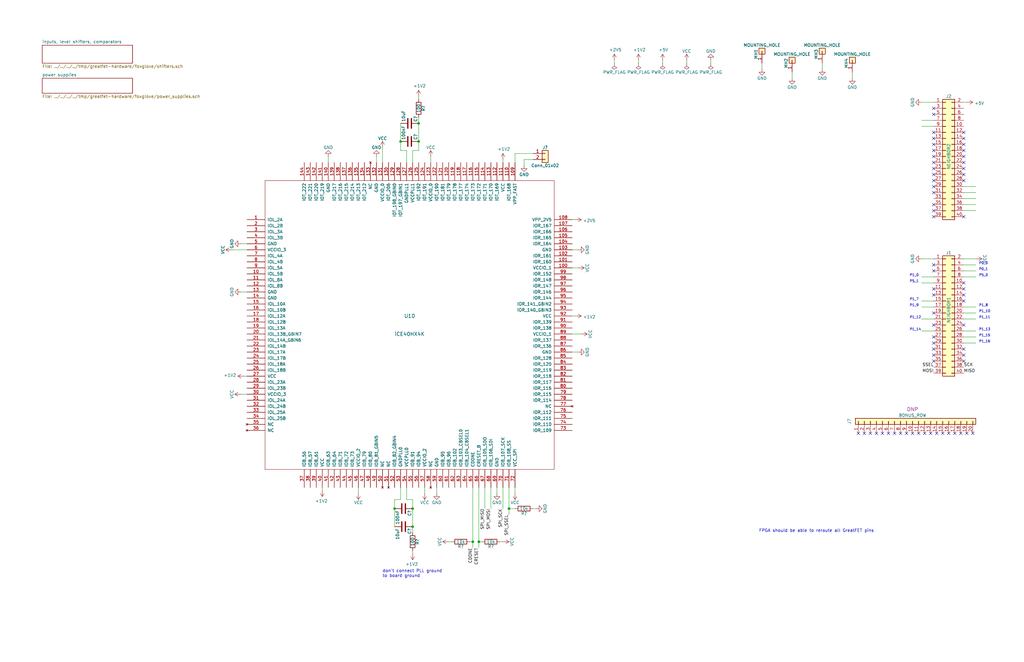
<source format=kicad_sch>
(kicad_sch (version 20230121) (generator eeschema)
  (paper "USLedger")
  (title_block (title "GreatFET Neighbor Template") (date "2019-03-01") (company "Copyright 2015 Michael Ossmann") (comment 1 "License: GPL v2"))
  (lib_symbols
    (symbol "Connector_Generic:Conn_01x01" (pin_names (offset 1.016) hide)
      (property "Reference" "J" (at 0 2.54 0))
      (property "Value" "Conn_01x01" (at 0 -2.54 0))
      (symbol "Conn_01x01_1_1"
        (pin passive line (at -5.08 0 0) (length 3.81) (name "Pin_1") (number "1"))
      )
    )
    (symbol "Connector_Generic:Conn_01x02" (pin_names (offset 1.016) hide)
      (property "Reference" "J" (at 0 2.54 0))
      (property "Value" "Conn_01x02" (at 0 -5.08 0))
      (symbol "Conn_01x02_1_1"
        (pin passive line (at -5.08 0 0) (length 3.81) (name "Pin_1") (number "1"))
        (pin passive line (at -5.08 -2.54 0) (length 3.81) (name "Pin_2") (number "2"))
      )
    )
    (symbol "Connector_Generic:Conn_01x20" (pin_names (offset 1.016) hide)
      (property "Reference" "J" (at 0 25.4 0))
      (property "Value" "Conn_01x20" (at 0 -27.94 0))
      (symbol "Conn_01x20_1_1"
        (pin passive line (at -5.08 22.86 0) (length 3.81) (name "Pin_1") (number "1"))
        (pin passive line (at -5.08 0 0) (length 3.81) (name "Pin_10") (number "10"))
        (pin passive line (at -5.08 -2.54 0) (length 3.81) (name "Pin_11") (number "11"))
        (pin passive line (at -5.08 -5.08 0) (length 3.81) (name "Pin_12") (number "12"))
        (pin passive line (at -5.08 -7.62 0) (length 3.81) (name "Pin_13") (number "13"))
        (pin passive line (at -5.08 -10.16 0) (length 3.81) (name "Pin_14") (number "14"))
        (pin passive line (at -5.08 -12.7 0) (length 3.81) (name "Pin_15") (number "15"))
        (pin passive line (at -5.08 -15.24 0) (length 3.81) (name "Pin_16") (number "16"))
        (pin passive line (at -5.08 -17.78 0) (length 3.81) (name "Pin_17") (number "17"))
        (pin passive line (at -5.08 -20.32 0) (length 3.81) (name "Pin_18") (number "18"))
        (pin passive line (at -5.08 -22.86 0) (length 3.81) (name "Pin_19") (number "19"))
        (pin passive line (at -5.08 20.32 0) (length 3.81) (name "Pin_2") (number "2"))
        (pin passive line (at -5.08 -25.4 0) (length 3.81) (name "Pin_20") (number "20"))
        (pin passive line (at -5.08 17.78 0) (length 3.81) (name "Pin_3") (number "3"))
        (pin passive line (at -5.08 15.24 0) (length 3.81) (name "Pin_4") (number "4"))
        (pin passive line (at -5.08 12.7 0) (length 3.81) (name "Pin_5") (number "5"))
        (pin passive line (at -5.08 10.16 0) (length 3.81) (name "Pin_6") (number "6"))
        (pin passive line (at -5.08 7.62 0) (length 3.81) (name "Pin_7") (number "7"))
        (pin passive line (at -5.08 5.08 0) (length 3.81) (name "Pin_8") (number "8"))
        (pin passive line (at -5.08 2.54 0) (length 3.81) (name "Pin_9") (number "9"))
      )
    )
    (symbol "Connector_Generic:Conn_02x20_Odd_Even" (pin_names (offset 1.016) hide)
      (property "Reference" "J" (at 1.27 25.4 0))
      (property "Value" "Conn_02x20_Odd_Even" (at 1.27 -27.94 0))
      (symbol "Conn_02x20_Odd_Even_1_1"
        (pin passive line (at -5.08 22.86 0) (length 3.81) (name "Pin_1") (number "1"))
        (pin passive line (at 7.62 12.7 180) (length 3.81) (name "Pin_10") (number "10"))
        (pin passive line (at -5.08 10.16 0) (length 3.81) (name "Pin_11") (number "11"))
        (pin passive line (at 7.62 10.16 180) (length 3.81) (name "Pin_12") (number "12"))
        (pin passive line (at -5.08 7.62 0) (length 3.81) (name "Pin_13") (number "13"))
        (pin passive line (at 7.62 7.62 180) (length 3.81) (name "Pin_14") (number "14"))
        (pin passive line (at -5.08 5.08 0) (length 3.81) (name "Pin_15") (number "15"))
        (pin passive line (at 7.62 5.08 180) (length 3.81) (name "Pin_16") (number "16"))
        (pin passive line (at -5.08 2.54 0) (length 3.81) (name "Pin_17") (number "17"))
        (pin passive line (at 7.62 2.54 180) (length 3.81) (name "Pin_18") (number "18"))
        (pin passive line (at -5.08 0 0) (length 3.81) (name "Pin_19") (number "19"))
        (pin passive line (at 7.62 22.86 180) (length 3.81) (name "Pin_2") (number "2"))
        (pin passive line (at 7.62 0 180) (length 3.81) (name "Pin_20") (number "20"))
        (pin passive line (at -5.08 -2.54 0) (length 3.81) (name "Pin_21") (number "21"))
        (pin passive line (at 7.62 -2.54 180) (length 3.81) (name "Pin_22") (number "22"))
        (pin passive line (at -5.08 -5.08 0) (length 3.81) (name "Pin_23") (number "23"))
        (pin passive line (at 7.62 -5.08 180) (length 3.81) (name "Pin_24") (number "24"))
        (pin passive line (at -5.08 -7.62 0) (length 3.81) (name "Pin_25") (number "25"))
        (pin passive line (at 7.62 -7.62 180) (length 3.81) (name "Pin_26") (number "26"))
        (pin passive line (at -5.08 -10.16 0) (length 3.81) (name "Pin_27") (number "27"))
        (pin passive line (at 7.62 -10.16 180) (length 3.81) (name "Pin_28") (number "28"))
        (pin passive line (at -5.08 -12.7 0) (length 3.81) (name "Pin_29") (number "29"))
        (pin passive line (at -5.08 20.32 0) (length 3.81) (name "Pin_3") (number "3"))
        (pin passive line (at 7.62 -12.7 180) (length 3.81) (name "Pin_30") (number "30"))
        (pin passive line (at -5.08 -15.24 0) (length 3.81) (name "Pin_31") (number "31"))
        (pin passive line (at 7.62 -15.24 180) (length 3.81) (name "Pin_32") (number "32"))
        (pin passive line (at -5.08 -17.78 0) (length 3.81) (name "Pin_33") (number "33"))
        (pin passive line (at 7.62 -17.78 180) (length 3.81) (name "Pin_34") (number "34"))
        (pin passive line (at -5.08 -20.32 0) (length 3.81) (name "Pin_35") (number "35"))
        (pin passive line (at 7.62 -20.32 180) (length 3.81) (name "Pin_36") (number "36"))
        (pin passive line (at -5.08 -22.86 0) (length 3.81) (name "Pin_37") (number "37"))
        (pin passive line (at 7.62 -22.86 180) (length 3.81) (name "Pin_38") (number "38"))
        (pin passive line (at -5.08 -25.4 0) (length 3.81) (name "Pin_39") (number "39"))
        (pin passive line (at 7.62 20.32 180) (length 3.81) (name "Pin_4") (number "4"))
        (pin passive line (at 7.62 -25.4 180) (length 3.81) (name "Pin_40") (number "40"))
        (pin passive line (at -5.08 17.78 0) (length 3.81) (name "Pin_5") (number "5"))
        (pin passive line (at 7.62 17.78 180) (length 3.81) (name "Pin_6") (number "6"))
        (pin passive line (at -5.08 15.24 0) (length 3.81) (name "Pin_7") (number "7"))
        (pin passive line (at 7.62 15.24 180) (length 3.81) (name "Pin_8") (number "8"))
        (pin passive line (at -5.08 12.7 0) (length 3.81) (name "Pin_9") (number "9"))
      )
    )
    (symbol "Device:C" (pin_numbers hide) (pin_names (offset 0.254))
      (property "Reference" "C" (at 0.635 2.54 0))
      (property "Value" "C" (at 0.635 -2.54 0))
      (symbol "C_1_1"
        (pin passive line (at 0 3.81 270) (length 2.794) (name "~") (number "1"))
        (pin passive line (at 0 -3.81 90) (length 2.794) (name "~") (number "2"))
      )
    )
    (symbol "Device:R" (pin_numbers hide) (pin_names (offset 0))
      (property "Reference" "R" (at 2.032 0 90))
      (property "Value" "R" (at 0 0 90))
      (symbol "R_1_1"
        (pin passive line (at 0 3.81 270) (length 1.27) (name "~") (number "1"))
        (pin passive line (at 0 -3.81 90) (length 1.27) (name "~") (number "2"))
      )
    )
    (symbol "FPGA_Lattice:ICE40HX8K-BG121"
      (property "Reference" "U" (at 2.54 44.45 0))
      (property "Value" "ICE40HX8K-BG121" (at 10.16 41.91 0))
      (symbol "ICE40HX8K-BG121_1_1"
        (pin bidirectional line (at -12.7 -35.56 0) (length 3.81) (name "IOT_225") (number "A1"))
        (pin bidirectional line (at -12.7 17.78 0) (length 3.81) (name "IOT_170") (number "A10"))
        (pin bidirectional line (at -12.7 20.32 0) (length 3.81) (name "IOT_168") (number "A11"))
        (pin bidirectional line (at -12.7 -30.48 0) (length 3.81) (name "IOT_222") (number "A2"))
        (pin bidirectional line (at -12.7 -33.02 0) (length 3.81) (name "IOT_223") (number "A3"))
        (pin bidirectional line (at -12.7 -20.32 0) (length 3.81) (name "IOT_211") (number "A4"))
        (pin bidirectional line (at -12.7 -15.24 0) (length 3.81) (name "IOT_207") (number "A5"))
        (pin bidirectional line (at -12.7 -12.7 0) (length 3.81) (name "IOT_206") (number "A6"))
        (pin bidirectional line (at -12.7 -5.08 0) (length 3.81) (name "IOT_192") (number "A7"))
        (pin bidirectional line (at -12.7 0 0) (length 3.81) (name "IOT_190") (number "A8"))
        (pin bidirectional line (at -12.7 7.62 0) (length 3.81) (name "IOT_178") (number "A9"))
        (pin bidirectional line (at -12.7 -27.94 0) (length 3.81) (name "IOT_221") (number "B3"))
        (pin bidirectional line (at -12.7 -25.4 0) (length 3.81) (name "IOT_219") (number "B4"))
        (pin bidirectional line (at -12.7 -17.78 0) (length 3.81) (name "IOT_208") (number "B5"))
        (pin bidirectional line (at -12.7 -10.16 0) (length 3.81) (name "IOT_198_GBIN0") (number "B6"))
        (pin bidirectional line (at -12.7 -7.62 0) (length 3.81) (name "IOT_197_GBIN1") (number "B7"))
        (pin bidirectional line (at -12.7 10.16 0) (length 3.81) (name "IOT_177") (number "B8"))
        (pin bidirectional line (at -12.7 12.7 0) (length 3.81) (name "IOT_174") (number "B9"))
        (pin bidirectional line (at -12.7 -2.54 0) (length 3.81) (name "IOT_191") (number "C7"))
        (pin bidirectional line (at -12.7 5.08 0) (length 3.81) (name "IOT_179") (number "C8"))
        (pin bidirectional line (at -12.7 15.24 0) (length 3.81) (name "IOT_172") (number "C9"))
        (pin bidirectional line (at -12.7 -22.86 0) (length 3.81) (name "IOT_212") (number "D5"))
        (pin power_in line (at 0 35.56 270) (length 3.81) (name "VCCIO_0") (number "D6"))
        (pin bidirectional line (at -12.7 2.54 0) (length 3.81) (name "IOT_181") (number "D7"))
      )
      (symbol "ICE40HX8K-BG121_2_1"
        (pin bidirectional line (at -12.7 -30.48 0) (length 3.81) (name "IOR_161") (number "B11"))
        (pin bidirectional line (at -12.7 -27.94 0) (length 3.81) (name "IOR_160") (number "C11"))
        (pin bidirectional line (at -12.7 -25.4 0) (length 3.81) (name "IOR_154") (number "D10"))
        (pin bidirectional line (at -12.7 -22.86 0) (length 3.81) (name "IOR_152") (number "D11"))
        (pin bidirectional line (at -12.7 -17.78 0) (length 3.81) (name "IOR_147") (number "D9"))
        (pin bidirectional line (at -12.7 -10.16 0) (length 3.81) (name "IOR_141_GBIN2") (number "E10"))
        (pin bidirectional line (at -12.7 -20.32 0) (length 3.81) (name "IOR_148") (number "E11"))
        (pin bidirectional line (at -12.7 -15.24 0) (length 3.81) (name "IOR_146") (number "E8"))
        (pin bidirectional line (at -12.7 -12.7 0) (length 3.81) (name "IOR_144") (number "E9"))
        (pin bidirectional line (at -12.7 -2.54 0) (length 3.81) (name "IOR_136") (number "F10"))
        (pin bidirectional line (at -12.7 -7.62 0) (length 3.81) (name "IOR_140_GBIN3") (number "F11"))
        (pin power_in line (at 0 35.56 270) (length 3.81) (name "VCCIO_1") (number "F8"))
        (pin bidirectional line (at -12.7 -5.08 0) (length 3.81) (name "IOR_137") (number "F9"))
        (pin bidirectional line (at -12.7 5.08 0) (length 3.81) (name "IOR_120") (number "G10"))
        (pin bidirectional line (at -12.7 0 0) (length 3.81) (name "IOR_129") (number "G11"))
        (pin bidirectional line (at -12.7 10.16 0) (length 3.81) (name "IOR_118") (number "G8"))
        (pin bidirectional line (at -12.7 2.54 0) (length 3.81) (name "IOR_128") (number "G9"))
        (pin bidirectional line (at -12.7 15.24 0) (length 3.81) (name "IOR_116") (number "H10"))
        (pin bidirectional line (at -12.7 7.62 0) (length 3.81) (name "IOR_119") (number "H11"))
        (pin bidirectional line (at -12.7 12.7 0) (length 3.81) (name "IOR_117") (number "J10"))
        (pin bidirectional line (at -12.7 20.32 0) (length 3.81) (name "IOR_114") (number "J11"))
        (pin bidirectional line (at -12.7 17.78 0) (length 3.81) (name "IOR_115") (number "K11"))
      )
      (symbol "ICE40HX8K-BG121_3_1"
        (pin power_in line (at 0 33.02 270) (length 3.81) (name "VCCIO_2") (number "H6"))
        (pin bidirectional line (at -15.24 -15.24 0) (length 3.81) (name "IOB_87") (number "H7"))
        (pin bidirectional line (at -15.24 -27.94 0) (length 3.81) (name "IOB_104_CBSEL1") (number "H9"))
        (pin bidirectional line (at -15.24 15.24 0) (length 3.81) (name "IOB_57") (number "J3"))
        (pin bidirectional line (at -15.24 7.62 0) (length 3.81) (name "IOB_64") (number "J4"))
        (pin bidirectional line (at -15.24 -2.54 0) (length 3.81) (name "IOB_78") (number "J5"))
        (pin bidirectional line (at -15.24 -12.7 0) (length 3.81) (name "IOB_86") (number "J7"))
        (pin bidirectional line (at -15.24 -20.32 0) (length 3.81) (name "IOB_91") (number "J8"))
        (pin bidirectional line (at -15.24 10.16 0) (length 3.81) (name "IOB_63") (number "K3"))
        (pin bidirectional line (at -15.24 0 0) (length 3.81) (name "IOB_73") (number "K4"))
        (pin bidirectional line (at -15.24 -5.08 0) (length 3.81) (name "IOB_79") (number "K5"))
        (pin bidirectional line (at -15.24 -10.16 0) (length 3.81) (name "IOB_82_GBIN4") (number "K6"))
        (pin bidirectional line (at -15.24 -17.78 0) (length 3.81) (name "IOB_89") (number "K7"))
        (pin open_collector line (at 15.24 25.4 180) (length 3.81) (name "CDONE") (number "K8"))
        (pin bidirectional line (at -15.24 17.78 0) (length 3.81) (name "IOB_56") (number "L1"))
        (pin bidirectional line (at -15.24 12.7 0) (length 3.81) (name "IOB_61") (number "L2"))
        (pin bidirectional line (at -15.24 5.08 0) (length 3.81) (name "IOB_71") (number "L3"))
        (pin bidirectional line (at -15.24 2.54 0) (length 3.81) (name "IOB_72") (number "L4"))
        (pin bidirectional line (at -15.24 -7.62 0) (length 3.81) (name "IOB_81_GBIN5") (number "L5"))
        (pin bidirectional line (at -15.24 -22.86 0) (length 3.81) (name "IOB_94") (number "L7"))
        (pin bidirectional line (at -15.24 -25.4 0) (length 3.81) (name "IOB_103_CBSEL0") (number "L8"))
        (pin input line (at -15.24 25.4 0) (length 3.81) (name "~{CRESET}") (number "L9"))
      )
      (symbol "ICE40HX8K-BG121_4_1"
        (pin bidirectional line (at -12.7 27.94 0) (length 3.81) (name "IOL_2A") (number "B1"))
        (pin bidirectional line (at -12.7 25.4 0) (length 3.81) (name "IOL_2B") (number "B2"))
        (pin bidirectional line (at -12.7 15.24 0) (length 3.81) (name "IOL_5B") (number "C1"))
        (pin bidirectional line (at -12.7 17.78 0) (length 3.81) (name "IOL_5A") (number "C2"))
        (pin bidirectional line (at -12.7 20.32 0) (length 3.81) (name "IOL_4B") (number "C3"))
        (pin bidirectional line (at -12.7 22.86 0) (length 3.81) (name "IOL_4A") (number "C4"))
        (pin bidirectional line (at -12.7 10.16 0) (length 3.81) (name "IOL_8B") (number "D1"))
        (pin bidirectional line (at -12.7 7.62 0) (length 3.81) (name "IOL_9A") (number "D2"))
        (pin bidirectional line (at -12.7 5.08 0) (length 3.81) (name "IOL_9B") (number "D3"))
        (pin bidirectional line (at -12.7 12.7 0) (length 3.81) (name "IOL_8A") (number "E1"))
        (pin bidirectional line (at -12.7 2.54 0) (length 3.81) (name "IOL_10A") (number "E2"))
        (pin bidirectional line (at -12.7 0 0) (length 3.81) (name "IOL_10B") (number "E3"))
        (pin power_in line (at 0 43.18 270) (length 3.81) (name "VCCIO_3") (number "E4"))
        (pin bidirectional line (at -12.7 -2.54 0) (length 3.81) (name "IOL_12A") (number "F1"))
        (pin bidirectional line (at -12.7 -5.08 0) (length 3.81) (name "IOL_12B") (number "F2"))
        (pin bidirectional line (at -12.7 -10.16 0) (length 3.81) (name "IOL_13B_GBIN7") (number "F3"))
        (pin bidirectional line (at -12.7 -7.62 0) (length 3.81) (name "IOL_13A") (number "F4"))
        (pin bidirectional line (at -12.7 -12.7 0) (length 3.81) (name "IOL_14A_GBIN6") (number "G1"))
        (pin bidirectional line (at -12.7 -15.24 0) (length 3.81) (name "IOL_14B") (number "G2"))
        (pin bidirectional line (at -12.7 -17.78 0) (length 3.81) (name "IOL_17A") (number "G3"))
        (pin passive line (at 0 43.18 270) (length 3.81) hide (name "VCCIO_3") (number "G4"))
        (pin bidirectional line (at -12.7 -22.86 0) (length 3.81) (name "IOL_18A") (number "H1"))
        (pin bidirectional line (at -12.7 -25.4 0) (length 3.81) (name "IOL_18B") (number "H2"))
        (pin bidirectional line (at -12.7 -20.32 0) (length 3.81) (name "IOL_17B") (number "H3"))
        (pin bidirectional line (at -12.7 -27.94 0) (length 3.81) (name "IOL_23A") (number "J1"))
        (pin bidirectional line (at -12.7 -35.56 0) (length 3.81) (name "IOL_25B") (number "J2"))
        (pin bidirectional line (at -12.7 -30.48 0) (length 3.81) (name "IOL_23B") (number "K1"))
        (pin bidirectional line (at -12.7 -33.02 0) (length 3.81) (name "IOL_25A") (number "K2"))
      )
      (symbol "ICE40HX8K-BG121_5_1"
        (pin power_in line (at -2.54 17.78 270) (length 3.81) (name "VPP_FAST") (number "B10"))
        (pin power_in line (at 0 17.78 270) (length 3.81) (name "VPP_2V5") (number "C10"))
        (pin power_in line (at 15.24 -10.16 180) (length 3.81) (name "GNDPLL1") (number "C5"))
        (pin power_in line (at 15.24 -2.54 180) (length 3.81) (name "VCCPLL1") (number "C6"))
        (pin passive line (at 2.54 17.78 270) (length 3.81) hide (name "VCC") (number "D4"))
        (pin power_in line (at 2.54 17.78 270) (length 3.81) (name "VCC") (number "D8"))
        (pin power_in line (at -7.62 -17.78 90) (length 3.81) (name "GND") (number "E5"))
        (pin passive line (at -7.62 -17.78 90) (length 3.81) hide (name "GND") (number "E6"))
        (pin passive line (at -7.62 -17.78 90) (length 3.81) hide (name "GND") (number "E7"))
        (pin passive line (at -7.62 -17.78 90) (length 3.81) hide (name "GND") (number "F5"))
        (pin passive line (at -7.62 -17.78 90) (length 3.81) hide (name "GND") (number "F6"))
        (pin passive line (at -7.62 -17.78 90) (length 3.81) hide (name "GND") (number "F7"))
        (pin passive line (at -7.62 -17.78 90) (length 3.81) hide (name "GND") (number "G5"))
        (pin passive line (at -7.62 -17.78 90) (length 3.81) hide (name "GND") (number "G6"))
        (pin passive line (at -7.62 -17.78 90) (length 3.81) hide (name "GND") (number "G7"))
        (pin passive line (at 2.54 17.78 270) (length 3.81) hide (name "VCC") (number "H4"))
        (pin passive line (at -7.62 -17.78 90) (length 3.81) hide (name "GND") (number "H5"))
        (pin passive line (at 2.54 17.78 270) (length 3.81) hide (name "VCC") (number "H8"))
        (pin power_in line (at 15.24 7.62 180) (length 3.81) (name "VCCPLL0") (number "J6"))
        (pin bidirectional line (at -15.24 0 0) (length 3.81) (name "IOB_106_SDI") (number "J9"))
        (pin bidirectional line (at -15.24 -5.08 0) (length 3.81) (name "IOB_108_SS") (number "K10"))
        (pin bidirectional line (at -15.24 2.54 0) (length 3.81) (name "IOB_105_SDO") (number "K9"))
        (pin bidirectional line (at -15.24 -2.54 0) (length 3.81) (name "IOB_107_SCK") (number "L10"))
        (pin power_in line (at -7.62 17.78 270) (length 3.81) (name "VCC_SPI") (number "L11"))
        (pin power_in line (at 15.24 0 180) (length 3.81) (name "GNDPLL0") (number "L6"))
      )
    )
    (symbol "foxglove-rescue:iCE40HX4K-gsg-symbols" (pin_names (offset 1.016))
      (property "Reference" "U" (at 0 3.81 0))
      (property "Value" "gsg-symbols_iCE40HX4K" (at 0 -3.81 0))
      (symbol "iCE40HX4K-gsg-symbols_1_1"
        (pin bidirectional line (at -68.58 44.45 0) (length 7.62) (name "IOL_2A") (number "1"))
        (pin bidirectional line (at -68.58 21.59 0) (length 7.62) (name "IOL_5B") (number "10"))
        (pin power_in line (at 68.58 24.13 180) (length 7.62) (name "VCCIO_1") (number "100"))
        (pin bidirectional line (at 68.58 26.67 180) (length 7.62) (name "IOR_160") (number "101"))
        (pin bidirectional line (at 68.58 29.21 180) (length 7.62) (name "IOR_161") (number "102"))
        (pin power_in line (at 68.58 31.75 180) (length 7.62) (name "GND") (number "103"))
        (pin bidirectional line (at 68.58 34.29 180) (length 7.62) (name "IOR_164") (number "104"))
        (pin bidirectional line (at 68.58 36.83 180) (length 7.62) (name "IOR_165") (number "105"))
        (pin bidirectional line (at 68.58 39.37 180) (length 7.62) (name "IOR_166") (number "106"))
        (pin bidirectional line (at 68.58 41.91 180) (length 7.62) (name "IOR_167") (number "107"))
        (pin power_in line (at 68.58 44.45 180) (length 7.62) (name "VPP_2V5") (number "108"))
        (pin power_in line (at 44.45 68.58 270) (length 7.62) (name "VPP_FAST") (number "109"))
        (pin bidirectional line (at -68.58 19.05 0) (length 7.62) (name "IOL_8A") (number "11"))
        (pin bidirectional line (at 41.91 68.58 270) (length 7.62) (name "IOT_168") (number "110"))
        (pin power_in line (at 39.37 68.58 270) (length 7.62) (name "VCC") (number "111"))
        (pin bidirectional line (at 36.83 68.58 270) (length 7.62) (name "IOT_169") (number "112"))
        (pin bidirectional line (at 34.29 68.58 270) (length 7.62) (name "IOT_170") (number "113"))
        (pin bidirectional line (at 31.75 68.58 270) (length 7.62) (name "IOT_171") (number "114"))
        (pin bidirectional line (at 29.21 68.58 270) (length 7.62) (name "IOT_172") (number "115"))
        (pin bidirectional line (at 26.67 68.58 270) (length 7.62) (name "IOT_173") (number "116"))
        (pin bidirectional line (at 24.13 68.58 270) (length 7.62) (name "IOT_174") (number "117"))
        (pin bidirectional line (at 21.59 68.58 270) (length 7.62) (name "IOT_177") (number "118"))
        (pin bidirectional line (at 19.05 68.58 270) (length 7.62) (name "IOT_178") (number "119"))
        (pin bidirectional line (at -68.58 16.51 0) (length 7.62) (name "IOL_8B") (number "12"))
        (pin bidirectional line (at 16.51 68.58 270) (length 7.62) (name "IOT_179") (number "120"))
        (pin bidirectional line (at 13.97 68.58 270) (length 7.62) (name "IOT_181") (number "121"))
        (pin bidirectional line (at 11.43 68.58 270) (length 7.62) (name "IOT_190") (number "122"))
        (pin power_in line (at 8.89 68.58 270) (length 7.62) (name "VCCIO_0") (number "123"))
        (pin bidirectional line (at 6.35 68.58 270) (length 7.62) (name "IOT_191") (number "124"))
        (pin bidirectional line (at 3.81 68.58 270) (length 7.62) (name "IOT_192") (number "125"))
        (pin power_in line (at 1.27 68.58 270) (length 7.62) (name "VCCPLL1") (number "126"))
        (pin power_in line (at -1.27 68.58 270) (length 7.62) (name "GNDPLL1") (number "127"))
        (pin bidirectional line (at -3.81 68.58 270) (length 7.62) (name "IOT_197_GBIN1") (number "128"))
        (pin bidirectional line (at -6.35 68.58 270) (length 7.62) (name "IOT_198_GBIN0") (number "129"))
        (pin power_in line (at -68.58 13.97 0) (length 7.62) (name "GND") (number "13"))
        (pin bidirectional line (at -8.89 68.58 270) (length 7.62) (name "IOT_206") (number "130"))
        (pin power_in line (at -11.43 68.58 270) (length 7.62) (name "VCCIO_0") (number "131"))
        (pin power_in line (at -13.97 68.58 270) (length 7.62) (name "GND") (number "132"))
        (pin no_connect line (at -16.51 68.58 270) (length 7.62) (name "NC") (number "133"))
        (pin bidirectional line (at -19.05 68.58 270) (length 7.62) (name "IOT_212") (number "134"))
        (pin bidirectional line (at -21.59 68.58 270) (length 7.62) (name "IOT_213") (number "135"))
        (pin bidirectional line (at -24.13 68.58 270) (length 7.62) (name "IOT_214") (number "136"))
        (pin bidirectional line (at -26.67 68.58 270) (length 7.62) (name "IOT_215") (number "137"))
        (pin bidirectional line (at -29.21 68.58 270) (length 7.62) (name "IOT_216") (number "138"))
        (pin bidirectional line (at -31.75 68.58 270) (length 7.62) (name "IOT_217") (number "139"))
        (pin power_in line (at -68.58 11.43 0) (length 7.62) (name "GND") (number "14"))
        (pin power_in line (at -34.29 68.58 270) (length 7.62) (name "GND") (number "140"))
        (pin bidirectional line (at -36.83 68.58 270) (length 7.62) (name "IOT_219") (number "141"))
        (pin bidirectional line (at -39.37 68.58 270) (length 7.62) (name "IOT_220") (number "142"))
        (pin bidirectional line (at -41.91 68.58 270) (length 7.62) (name "IOT_221") (number "143"))
        (pin bidirectional line (at -44.45 68.58 270) (length 7.62) (name "IOT_222") (number "144"))
        (pin bidirectional line (at -68.58 8.89 0) (length 7.62) (name "IOL_10A") (number "15"))
        (pin bidirectional line (at -68.58 6.35 0) (length 7.62) (name "IOL_10B") (number "16"))
        (pin bidirectional line (at -68.58 3.81 0) (length 7.62) (name "IOL_12A") (number "17"))
        (pin bidirectional line (at -68.58 1.27 0) (length 7.62) (name "IOL_12B") (number "18"))
        (pin bidirectional line (at -68.58 -1.27 0) (length 7.62) (name "IOL_13A") (number "19"))
        (pin bidirectional line (at -68.58 41.91 0) (length 7.62) (name "IOL_2B") (number "2"))
        (pin bidirectional line (at -68.58 -3.81 0) (length 7.62) (name "IOL_13B_GBIN7") (number "20"))
        (pin bidirectional line (at -68.58 -6.35 0) (length 7.62) (name "IOL_14A_GBIN6") (number "21"))
        (pin bidirectional line (at -68.58 -8.89 0) (length 7.62) (name "IOL_14B") (number "22"))
        (pin bidirectional line (at -68.58 -11.43 0) (length 7.62) (name "IOL_17A") (number "23"))
        (pin bidirectional line (at -68.58 -13.97 0) (length 7.62) (name "IOL_17B") (number "24"))
        (pin bidirectional line (at -68.58 -16.51 0) (length 7.62) (name "IOL_18A") (number "25"))
        (pin bidirectional line (at -68.58 -19.05 0) (length 7.62) (name "IOL_18B") (number "26"))
        (pin power_in line (at -68.58 -21.59 0) (length 7.62) (name "VCC") (number "27"))
        (pin bidirectional line (at -68.58 -24.13 0) (length 7.62) (name "IOL_23A") (number "28"))
        (pin bidirectional line (at -68.58 -26.67 0) (length 7.62) (name "IOL_23B") (number "29"))
        (pin bidirectional line (at -68.58 39.37 0) (length 7.62) (name "IOL_3A") (number "3"))
        (pin power_in line (at -68.58 -29.21 0) (length 7.62) (name "VCCIO_3") (number "30"))
        (pin bidirectional line (at -68.58 -31.75 0) (length 7.62) (name "IOL_24A") (number "31"))
        (pin bidirectional line (at -68.58 -34.29 0) (length 7.62) (name "IOL_24B") (number "32"))
        (pin bidirectional line (at -68.58 -36.83 0) (length 7.62) (name "IOL_25A") (number "33"))
        (pin bidirectional line (at -68.58 -39.37 0) (length 7.62) (name "IOL_25B") (number "34"))
        (pin no_connect line (at -68.58 -41.91 0) (length 7.62) (name "NC") (number "35"))
        (pin no_connect line (at -68.58 -44.45 0) (length 7.62) (name "NC") (number "36"))
        (pin bidirectional line (at -44.45 -68.58 90) (length 7.62) (name "IOB_56") (number "37"))
        (pin bidirectional line (at -41.91 -68.58 90) (length 7.62) (name "IOB_57") (number "38"))
        (pin bidirectional line (at -39.37 -68.58 90) (length 7.62) (name "IOB_61") (number "39"))
        (pin bidirectional line (at -68.58 36.83 0) (length 7.62) (name "IOL_3B") (number "4"))
        (pin power_in line (at -36.83 -68.58 90) (length 7.62) (name "VCC") (number "40"))
        (pin power_in line (at -34.29 -68.58 90) (length 7.62) (name "IOB_63") (number "41"))
        (pin bidirectional line (at -31.75 -68.58 90) (length 7.62) (name "IOB_64") (number "42"))
        (pin bidirectional line (at -29.21 -68.58 90) (length 7.62) (name "IOB_71") (number "43"))
        (pin bidirectional line (at -26.67 -68.58 90) (length 7.62) (name "IOB_72") (number "44"))
        (pin bidirectional line (at -24.13 -68.58 90) (length 7.62) (name "IOB_73") (number "45"))
        (pin power_in line (at -21.59 -68.58 90) (length 7.62) (name "VCCIO_2") (number "46"))
        (pin bidirectional line (at -19.05 -68.58 90) (length 7.62) (name "IOB_79") (number "47"))
        (pin bidirectional line (at -16.51 -68.58 90) (length 7.62) (name "IOB_80") (number "48"))
        (pin bidirectional line (at -13.97 -68.58 90) (length 7.62) (name "IOB_81_GBIN5") (number "49"))
        (pin power_in line (at -68.58 34.29 0) (length 7.62) (name "GND") (number "5"))
        (pin no_connect line (at -11.43 -68.58 90) (length 7.62) (name "NC") (number "50"))
        (pin no_connect line (at -8.89 -68.58 90) (length 7.62) (name "NC") (number "51"))
        (pin bidirectional line (at -6.35 -68.58 90) (length 7.62) (name "IOB_82_GBIN4") (number "52"))
        (pin power_in line (at -3.81 -68.58 90) (length 7.62) (name "GNDPLL0") (number "53"))
        (pin power_in line (at -1.27 -68.58 90) (length 7.62) (name "VCCPLL0") (number "54"))
        (pin bidirectional line (at 1.27 -68.58 90) (length 7.62) (name "IOB_91") (number "55"))
        (pin bidirectional line (at 3.81 -68.58 90) (length 7.62) (name "IOB_94") (number "56"))
        (pin power_in line (at 6.35 -68.58 90) (length 7.62) (name "VCCIO_2") (number "57"))
        (pin no_connect line (at 8.89 -68.58 90) (length 7.62) (name "NC") (number "58"))
        (pin power_in line (at 11.43 -68.58 90) (length 7.62) (name "GND") (number "59"))
        (pin power_in line (at -68.58 31.75 0) (length 7.62) (name "VCCIO_3") (number "6"))
        (pin bidirectional line (at 13.97 -68.58 90) (length 7.62) (name "IOB_95") (number "60"))
        (pin bidirectional line (at 16.51 -68.58 90) (length 7.62) (name "IOB_96") (number "61"))
        (pin bidirectional line (at 19.05 -68.58 90) (length 7.62) (name "IOB_102") (number "62"))
        (pin bidirectional line (at 21.59 -68.58 90) (length 7.62) (name "IOB_103_CBSEL0") (number "63"))
        (pin bidirectional line (at 24.13 -68.58 90) (length 7.62) (name "IOB_104_CBSEL1") (number "64"))
        (pin input line (at 26.67 -68.58 90) (length 7.62) (name "CDONE") (number "65"))
        (pin input line (at 29.21 -68.58 90) (length 7.62) (name "CRESET_B") (number "66"))
        (pin bidirectional line (at 31.75 -68.58 90) (length 7.62) (name "IOB_105_SDO") (number "67"))
        (pin bidirectional line (at 34.29 -68.58 90) (length 7.62) (name "IOB_106_SDI") (number "68"))
        (pin power_in line (at 36.83 -68.58 90) (length 7.62) (name "GND") (number "69"))
        (pin bidirectional line (at -68.58 29.21 0) (length 7.62) (name "IOL_4A") (number "7"))
        (pin bidirectional line (at 39.37 -68.58 90) (length 7.62) (name "IOB_107_SCK") (number "70"))
        (pin bidirectional line (at 41.91 -68.58 90) (length 7.62) (name "IOB_108_SS") (number "71"))
        (pin power_in line (at 44.45 -68.58 90) (length 7.62) (name "VCC_SPI") (number "72"))
        (pin bidirectional line (at 68.58 -44.45 180) (length 7.62) (name "IOR_109") (number "73"))
        (pin bidirectional line (at 68.58 -41.91 180) (length 7.62) (name "IOR_110") (number "74"))
        (pin bidirectional line (at 68.58 -39.37 180) (length 7.62) (name "IOR_111") (number "75"))
        (pin bidirectional line (at 68.58 -36.83 180) (length 7.62) (name "IOR_112") (number "76"))
        (pin no_connect line (at 68.58 -34.29 180) (length 7.62) (name "NC") (number "77"))
        (pin bidirectional line (at 68.58 -31.75 180) (length 7.62) (name "IOR_114") (number "78"))
        (pin bidirectional line (at 68.58 -29.21 180) (length 7.62) (name "IOR_115") (number "79"))
        (pin bidirectional line (at -68.58 26.67 0) (length 7.62) (name "IOL_4B") (number "8"))
        (pin bidirectional line (at 68.58 -26.67 180) (length 7.62) (name "IOR_116") (number "80"))
        (pin bidirectional line (at 68.58 -24.13 180) (length 7.62) (name "IOR_117") (number "81"))
        (pin bidirectional line (at 68.58 -21.59 180) (length 7.62) (name "IOR_118") (number "82"))
        (pin bidirectional line (at 68.58 -19.05 180) (length 7.62) (name "IOR_119") (number "83"))
        (pin bidirectional line (at 68.58 -16.51 180) (length 7.62) (name "IOR_120") (number "84"))
        (pin bidirectional line (at 68.58 -13.97 180) (length 7.62) (name "IOR_128") (number "85"))
        (pin power_in line (at 68.58 -11.43 180) (length 7.62) (name "GND") (number "86"))
        (pin bidirectional line (at 68.58 -8.89 180) (length 7.62) (name "IOR_136") (number "87"))
        (pin bidirectional line (at 68.58 -6.35 180) (length 7.62) (name "IOR_137") (number "88"))
        (pin power_in line (at 68.58 -3.81 180) (length 7.62) (name "VCCIO_1") (number "89"))
        (pin bidirectional line (at -68.58 24.13 0) (length 7.62) (name "IOL_5A") (number "9"))
        (pin bidirectional line (at 68.58 -1.27 180) (length 7.62) (name "IOR_138") (number "90"))
        (pin bidirectional line (at 68.58 1.27 180) (length 7.62) (name "IOR_139") (number "91"))
        (pin power_in line (at 68.58 3.81 180) (length 7.62) (name "VCC") (number "92"))
        (pin bidirectional line (at 68.58 6.35 180) (length 7.62) (name "IOR_140_GBIN3") (number "93"))
        (pin bidirectional line (at 68.58 8.89 180) (length 7.62) (name "IOR_141_GBIN2") (number "94"))
        (pin bidirectional line (at 68.58 11.43 180) (length 7.62) (name "IOR_144") (number "95"))
        (pin bidirectional line (at 68.58 13.97 180) (length 7.62) (name "IOR_146") (number "96"))
        (pin bidirectional line (at 68.58 16.51 180) (length 7.62) (name "IOR_147") (number "97"))
        (pin bidirectional line (at 68.58 19.05 180) (length 7.62) (name "IOR_148") (number "98"))
        (pin bidirectional line (at 68.58 21.59 180) (length 7.62) (name "IOR_152") (number "99"))
      )
    )
    (symbol "power:+1V2" (power) (pin_names (offset 0))
      (property "Value" "+1V2" (at 0 3.556 0))
      (symbol "+1V2_1_1"
        (pin power_in line (at 0 0 90) (length 0) hide (name "+1V2") (number "1"))
      )
    )
    (symbol "power:+2V5" (power) (pin_names (offset 0))
      (property "Value" "+2V5" (at 0 3.556 0))
      (symbol "+2V5_1_1"
        (pin power_in line (at 0 0 90) (length 0) hide (name "+2V5") (number "1"))
      )
    )
    (symbol "power:+5V" (power) (pin_names (offset 0))
      (property "Value" "+5V" (at 0 3.556 0))
      (symbol "+5V_1_1"
        (pin power_in line (at 0 0 90) (length 0) hide (name "+5V") (number "1"))
      )
    )
    (symbol "power:GND" (power) (pin_names (offset 0))
      (property "Value" "GND" (at 0 -3.81 0))
      (symbol "GND_1_1"
        (pin power_in line (at 0 0 270) (length 0) hide (name "GND") (number "1"))
      )
    )
    (symbol "power:PWR_FLAG" (power) (pin_numbers hide) (pin_names (offset 0) hide)
      (property "Value" "PWR_FLAG" (at 0 3.81 0))
      (symbol "PWR_FLAG_0_0"
        (pin power_out line (at 0 0 90) (length 0) (name "pwr") (number "1"))
      )
    )
    (symbol "power:VCC" (power) (pin_names (offset 0))
      (property "Value" "VCC" (at 0 3.81 0))
      (symbol "VCC_1_1"
        (pin power_in line (at 0 0 90) (length 0) hide (name "VCC") (number "1"))
      )
    )
  )
  (junction (at 176.53 52.07))
  (junction (at 176.53 59.69))
  (junction (at 199.39 228.6))
  (junction (at 168.91 59.69))
  (junction (at 173.99 214.63))
  (junction (at 173.99 222.25))
  (junction (at 166.37 214.63))
  (junction (at 201.93 228.6))
  (junction (at 214.63 214.63))
  (no_connect (at 393.7 66.04))
  (no_connect (at 406.4 63.5))
  (no_connect (at 393.7 147.32))
  (no_connect (at 393.7 58.42))
  (no_connect (at 410.21 182.88))
  (no_connect (at 393.7 144.78))
  (no_connect (at 406.4 119.38))
  (no_connect (at 364.49 182.88))
  (no_connect (at 384.81 182.88))
  (no_connect (at 393.7 121.92))
  (no_connect (at 406.4 121.92))
  (no_connect (at 405.13 182.88))
  (no_connect (at 393.7 76.2))
  (no_connect (at 372.11 182.88))
  (no_connect (at 393.7 63.5))
  (no_connect (at 400.05 182.88))
  (no_connect (at 406.4 137.16))
  (no_connect (at 406.4 73.66))
  (no_connect (at 393.7 60.96))
  (no_connect (at 393.7 71.12))
  (no_connect (at 374.65 182.88))
  (no_connect (at 393.7 114.3))
  (no_connect (at 406.4 66.04))
  (no_connect (at 407.67 182.88))
  (no_connect (at 393.7 81.28))
  (no_connect (at 393.7 48.26))
  (no_connect (at 393.7 132.08))
  (no_connect (at 394.97 182.88))
  (no_connect (at 361.95 182.88))
  (no_connect (at 397.51 182.88))
  (no_connect (at 389.89 182.88))
  (no_connect (at 402.59 182.88))
  (no_connect (at 393.7 86.36))
  (no_connect (at 367.03 182.88))
  (no_connect (at 406.4 71.12))
  (no_connect (at 393.7 73.66))
  (no_connect (at 406.4 124.46))
  (no_connect (at 393.7 55.88))
  (no_connect (at 406.4 58.42))
  (no_connect (at 393.7 68.58))
  (no_connect (at 369.57 182.88))
  (no_connect (at 393.7 152.4))
  (no_connect (at 393.7 45.72))
  (no_connect (at 393.7 111.76))
  (no_connect (at 406.4 76.2))
  (no_connect (at 406.4 149.86))
  (no_connect (at 377.19 182.88))
  (no_connect (at 406.4 127))
  (no_connect (at 406.4 147.32))
  (no_connect (at 393.7 142.24))
  (no_connect (at 393.7 124.46))
  (no_connect (at 379.73 182.88))
  (no_connect (at 406.4 60.96))
  (no_connect (at 406.4 55.88))
  (no_connect (at 393.7 88.9))
  (no_connect (at 393.7 149.86))
  (no_connect (at 382.27 182.88))
  (no_connect (at 406.4 152.4))
  (no_connect (at 392.43 182.88))
  (no_connect (at 393.7 137.16))
  (no_connect (at 387.35 182.88))
  (no_connect (at 393.7 78.74))
  (no_connect (at 406.4 91.44))
  (no_connect (at 393.7 91.44))
  (no_connect (at 406.4 68.58))
  (wire (pts (xy 173.99 63.5) (xy 176.53 63.5)))
  (wire (pts (xy 161.29 68.58) (xy 161.29 62.23)))
  (wire (pts (xy 334.01 30.48) (xy 334.01 33.02)))
  (wire (pts (xy 406.4 109.22) (xy 411.48 109.22)))
  (wire (pts (xy 411.48 86.36) (xy 406.4 86.36)))
  (wire (pts (xy 406.4 88.9) (xy 411.48 88.9)))
  (wire (pts (xy 212.09 205.74) (xy 212.09 214.63)))
  (wire (pts (xy 217.17 68.58) (xy 217.17 64.77)))
  (wire (pts (xy 179.07 208.28) (xy 179.07 205.74)))
  (wire (pts (xy 406.4 43.18) (xy 407.67 43.18)))
  (wire (pts (xy 181.61 68.58) (xy 181.61 66.04)))
  (wire (pts (xy 406.4 134.62) (xy 411.48 134.62)))
  (wire (pts (xy 199.39 205.74) (xy 199.39 228.6)))
  (wire (pts (xy 388.62 129.54) (xy 393.7 129.54)))
  (wire (pts (xy 158.75 66.04) (xy 158.75 68.58)))
  (wire (pts (xy 151.13 208.28) (xy 151.13 205.74)))
  (wire (pts (xy 209.55 208.28) (xy 209.55 205.74)))
  (wire (pts (xy 279.4 25.4) (xy 279.4 26.67)))
  (wire (pts (xy 210.82 228.6) (xy 212.09 228.6)))
  (wire (pts (xy 224.79 214.63) (xy 226.06 214.63)))
  (wire (pts (xy 393.7 50.8) (xy 388.62 50.8)))
  (wire (pts (xy 166.37 214.63) (xy 166.37 222.25)))
  (wire (pts (xy 321.31 26.67) (xy 321.31 29.21)))
  (wire (pts (xy 168.91 59.69) (xy 168.91 63.5)))
  (wire (pts (xy 220.98 67.31) (xy 220.98 69.85)))
  (wire (pts (xy 241.3 148.59) (xy 243.84 148.59)))
  (wire (pts (xy 171.45 210.82) (xy 173.99 210.82)))
  (wire (pts (xy 346.71 26.67) (xy 346.71 29.21)))
  (wire (pts (xy 388.62 43.18) (xy 393.7 43.18)))
  (wire (pts (xy 173.99 214.63) (xy 173.99 222.25)))
  (wire (pts (xy 388.62 127) (xy 393.7 127)))
  (wire (pts (xy 217.17 64.77) (xy 224.79 64.77)))
  (wire (pts (xy 411.48 142.24) (xy 406.4 142.24)))
  (wire (pts (xy 201.93 228.6) (xy 203.2 228.6)))
  (wire (pts (xy 241.3 133.35) (xy 242.57 133.35)))
  (wire (pts (xy 388.62 116.84) (xy 393.7 116.84)))
  (wire (pts (xy 171.45 63.5) (xy 168.91 63.5)))
  (wire (pts (xy 171.45 205.74) (xy 171.45 210.82)))
  (wire (pts (xy 411.48 132.08) (xy 406.4 132.08)))
  (wire (pts (xy 166.37 210.82) (xy 166.37 214.63)))
  (wire (pts (xy 241.3 105.41) (xy 243.84 105.41)))
  (wire (pts (xy 176.53 41.91) (xy 176.53 40.64)))
  (wire (pts (xy 190.5 228.6) (xy 189.23 228.6)))
  (wire (pts (xy 201.93 228.6) (xy 201.93 231.14)))
  (wire (pts (xy 199.39 228.6) (xy 199.39 231.14)))
  (wire (pts (xy 201.93 205.74) (xy 201.93 228.6)))
  (wire (pts (xy 299.72 26.67) (xy 299.72 25.4)))
  (wire (pts (xy 176.53 59.69) (xy 176.53 63.5)))
  (wire (pts (xy 199.39 228.6) (xy 198.12 228.6)))
  (wire (pts (xy 173.99 232.41) (xy 173.99 233.68)))
  (wire (pts (xy 168.91 210.82) (xy 166.37 210.82)))
  (wire (pts (xy 214.63 214.63) (xy 214.63 217.17)))
  (wire (pts (xy 176.53 49.53) (xy 176.53 52.07)))
  (wire (pts (xy 173.99 222.25) (xy 173.99 224.79)))
  (wire (pts (xy 241.3 92.71) (xy 242.57 92.71)))
  (wire (pts (xy 207.01 205.74) (xy 207.01 214.63)))
  (wire (pts (xy 173.99 210.82) (xy 173.99 214.63)))
  (wire (pts (xy 259.08 26.67) (xy 259.08 25.4)))
  (wire (pts (xy 406.4 114.3) (xy 411.48 114.3)))
  (wire (pts (xy 224.79 67.31) (xy 220.98 67.31)))
  (wire (pts (xy 135.89 205.74) (xy 135.89 207.01)))
  (wire (pts (xy 245.11 140.97) (xy 241.3 140.97)))
  (wire (pts (xy 289.56 25.4) (xy 289.56 26.67)))
  (wire (pts (xy 104.14 102.87) (xy 101.6 102.87)))
  (wire (pts (xy 406.4 139.7) (xy 411.48 139.7)))
  (wire (pts (xy 406.4 129.54) (xy 411.48 129.54)))
  (wire (pts (xy 406.4 144.78) (xy 411.48 144.78)))
  (wire (pts (xy 168.91 205.74) (xy 168.91 210.82)))
  (wire (pts (xy 411.48 116.84) (xy 406.4 116.84)))
  (wire (pts (xy 97.79 105.41) (xy 104.14 105.41)))
  (wire (pts (xy 411.48 111.76) (xy 406.4 111.76)))
  (wire (pts (xy 217.17 208.28) (xy 217.17 205.74)))
  (wire (pts (xy 406.4 81.28) (xy 411.48 81.28)))
  (wire (pts (xy 388.62 139.7) (xy 393.7 139.7)))
  (wire (pts (xy 388.62 53.34) (xy 393.7 53.34)))
  (wire (pts (xy 171.45 68.58) (xy 171.45 63.5)))
  (wire (pts (xy 243.84 113.03) (xy 241.3 113.03)))
  (wire (pts (xy 212.09 67.31) (xy 212.09 68.58)))
  (wire (pts (xy 101.6 166.37) (xy 104.14 166.37)))
  (wire (pts (xy 168.91 52.07) (xy 168.91 59.69)))
  (wire (pts (xy 359.41 30.48) (xy 359.41 33.02)))
  (wire (pts (xy 138.43 68.58) (xy 138.43 66.04)))
  (wire (pts (xy 406.4 78.74) (xy 411.48 78.74)))
  (wire (pts (xy 176.53 52.07) (xy 176.53 59.69)))
  (wire (pts (xy 184.15 205.74) (xy 184.15 208.28)))
  (wire (pts (xy 204.47 205.74) (xy 204.47 214.63)))
  (wire (pts (xy 411.48 83.82) (xy 406.4 83.82)))
  (wire (pts (xy 173.99 68.58) (xy 173.99 63.5)))
  (wire (pts (xy 102.87 158.75) (xy 104.14 158.75)))
  (wire (pts (xy 269.24 25.4) (xy 269.24 26.67)))
  (wire (pts (xy 388.62 119.38) (xy 393.7 119.38)))
  (wire (pts (xy 104.14 123.19) (xy 101.6 123.19)))
  (wire (pts (xy 388.62 134.62) (xy 393.7 134.62)))
  (wire (pts (xy 388.62 109.22) (xy 393.7 109.22)))
  (wire (pts (xy 217.17 214.63) (xy 214.63 214.63)))
  (wire (pts (xy 214.63 205.74) (xy 214.63 214.63)))
  (text "P1_7" (at 383.54 127 0) (effects (font (size 1.016 1.016)) (justify left bottom)))
  (text "P1_9" (at 383.54 129.54 0) (effects (font (size 1.016 1.016)) (justify left bottom)))
  (text "P5_1" (at 383.54 119.38 0) (effects (font (size 1.016 1.016)) (justify left bottom)))
  (text "P1_10" (at 412.75 132.08 0) (effects (font (size 1.016 1.016)) (justify left bottom)))
  (text "P1_8" (at 412.75 129.54 0) (effects (font (size 1.016 1.016)) (justify left bottom)))
  (text "P0_1" (at 412.75 114.3 0) (effects (font (size 1.016 1.016)) (justify left bottom)))
  (text "P0_0" (at 412.75 111.76 0) (effects (font (size 1.016 1.016)) (justify left bottom)))
  (text "P1_15" (at 412.75 142.24 0) (effects (font (size 1.016 1.016)) (justify left bottom)))
  (text "P1_16" (at 412.75 144.78 0) (effects (font (size 1.016 1.016)) (justify left bottom)))
  (text "P1_0" (at 383.54 116.84 0) (effects (font (size 1.016 1.016)) (justify left bottom)))
  (text "P1_12" (at 383.54 134.62 0) (effects (font (size 1.016 1.016)) (justify left bottom)))
  (text "don't connect PLL ground\nto board ground" (at 161.29 243.84 0) (effects (font (size 1.27 1.27)) (justify left bottom)))
  (text "FPGA should be able to reroute all GreatFET pins" (at 320.04 224.79 0) (effects (font (size 1.27 1.27)) (justify left bottom)))
  (text "P1_11" (at 412.75 134.62 0) (effects (font (size 1.016 1.016)) (justify left bottom)))
  (text "P5_0" (at 412.75 116.84 0) (effects (font (size 1.016 1.016)) (justify left bottom)))
  (text "P1_13" (at 412.75 139.7 0) (effects (font (size 1.016 1.016)) (justify left bottom)))
  (text "P1_14" (at 383.54 139.7 0) (effects (font (size 1.016 1.016)) (justify left bottom)))
  (label "SCK" (at 406.4 154.94 0))
  (label "SPI_SCK" (at 212.09 214.63 270))
  (label "SPI_MOSI" (at 207.01 214.63 270))
  (label "CRESET" (at 201.93 231.14 270))
  (label "MISO" (at 406.4 157.48 0))
  (label "SPI_MISO" (at 204.47 214.63 270))
  (label "CDONE" (at 199.39 231.14 270))
  (label "MOSI" (at 393.7 157.48 180))
  (label "SSEL" (at 393.7 154.94 180))
  (label "SPI_SSEL" (at 214.63 217.17 270))
  (symbol (lib_id "Connector_Generic:Conn_02x20_Odd_Even") (at 398.78 66.04 0) (unit 1)
    (property "Reference" "J2" (at 400.05 40.64 0))
    (property "Value" "NEIGHBOR2" (at 400.05 66.04 90))
    (property "Footprint" "gsg-modules:HEADER-2x20" (effects hide))
    (property "Manufacturer" "Samtec" (effects hide))
    (property "Part Number" "SSQ-120-23-G-D" (effects hide))
    (property "Description" "CONN RCPT .100\" 40POS DUAL-ROW STACKING GOLD" (effects hide))
    (property "Note" "Alternate: https://www.adafruit.com/products/2223" (effects hide))
  )
  (symbol (lib_id "power:GND") (at 388.62 43.18 270) (unit 1)
    (property "Reference" "#PWR01" (effects hide))
    (property "Value" "GND" (at 384.81 43.18 0))
  )
  (symbol (lib_id "power:GND") (at 388.62 109.22 270) (unit 1)
    (property "Reference" "#PWR02" (effects hide))
    (property "Value" "GND" (at 384.81 109.22 0))
  )
  (symbol (lib_id "power:VCC") (at 411.48 109.22 270) (unit 1)
    (property "Reference" "#PWR03" (effects hide))
    (property "Value" "VCC" (at 415.29 109.22 0))
  )
  (symbol (lib_id "Connector_Generic:Conn_02x20_Odd_Even") (at 398.78 132.08 0) (unit 1)
    (property "Reference" "J1" (at 400.05 106.68 0))
    (property "Value" "NEIGHBOR1" (at 400.05 130.81 90))
    (property "Footprint" "gsg-modules:HEADER-2x20" (effects hide))
    (property "Manufacturer" "Samtec" (effects hide))
    (property "Part Number" "SSQ-120-23-G-D" (effects hide))
    (property "Description" "CONN RCPT .100\" 40POS DUAL-ROW STACKING GOLD" (effects hide))
    (property "Note" "Alternate: https://www.adafruit.com/products/2223" (effects hide))
  )
  (symbol (lib_id "Connector_Generic:Conn_01x01") (at 346.71 21.59 90) (unit 1)
    (property "Reference" "MH3" (at 344.17 22.86 0))
    (property "Value" "MOUNTING_HOLE" (at 346.71 19.05 90))
    (property "Footprint" "gsg-modules:HOLE126MIL-COPPER" (effects hide))
    (property "Note" "DNP" (effects hide))
  )
  (symbol (lib_id "power:GND") (at 346.71 29.21 0) (unit 1)
    (property "Reference" "#PWR04" (effects hide))
    (property "Value" "GND" (at 346.71 33.02 0))
  )
  (symbol (lib_id "Connector_Generic:Conn_01x01") (at 359.41 25.4 90) (unit 1)
    (property "Reference" "MH4" (at 356.87 26.67 0))
    (property "Value" "MOUNTING_HOLE" (at 359.41 22.86 90))
    (property "Footprint" "gsg-modules:HOLE126MIL-COPPER" (effects hide))
    (property "Note" "DNP" (effects hide))
  )
  (symbol (lib_id "power:GND") (at 359.41 33.02 0) (unit 1)
    (property "Reference" "#PWR05" (effects hide))
    (property "Value" "GND" (at 359.41 36.83 0))
  )
  (symbol (lib_id "Connector_Generic:Conn_01x01") (at 321.31 21.59 90) (unit 1)
    (property "Reference" "MH1" (at 318.77 22.86 0))
    (property "Value" "MOUNTING_HOLE" (at 321.31 19.05 90))
    (property "Footprint" "gsg-modules:HOLE126MIL-COPPER" (effects hide))
    (property "Note" "DNP" (effects hide))
  )
  (symbol (lib_id "power:GND") (at 321.31 29.21 0) (unit 1)
    (property "Reference" "#PWR06" (effects hide))
    (property "Value" "GND" (at 321.31 33.02 0))
  )
  (symbol (lib_id "Connector_Generic:Conn_01x01") (at 334.01 25.4 90) (unit 1)
    (property "Reference" "MH2" (at 331.47 26.67 0))
    (property "Value" "MOUNTING_HOLE" (at 334.01 22.86 90))
    (property "Footprint" "gsg-modules:HOLE126MIL-COPPER" (effects hide))
    (property "Note" "DNP" (effects hide))
  )
  (symbol (lib_id "power:GND") (at 334.01 33.02 0) (unit 1)
    (property "Reference" "#PWR07" (effects hide))
    (property "Value" "GND" (at 334.01 36.83 0))
  )
  (symbol (lib_id "Connector_Generic:Conn_01x20") (at 384.81 177.8 90) (unit 1)
    (property "Reference" "J7" (at 358.14 177.8 0))
    (property "Value" "BONUS_ROW" (at 384.81 175.26 90))
    (property "Footprint" "gsg-modules:HEADER-1x20" (effects hide))
    (property "Manufacturer" "Samtec" (effects hide))
    (property "Part Number" "SSQ-120-23-G-S" (effects hide))
    (property "Description" "CONN RCPT .100\" 20POS SINGLE-ROW STACKING GOLD" (effects hide))
    (property "Note" "DNP" (at 384.81 172.72 90) (effects (font (size 1.524 1.524))))
  )
  (symbol (lib_id "power:PWR_FLAG") (at 289.56 26.67 180) (unit 1)
    (property "Reference" "#FLG020" (effects hide))
    (property "Value" "PWR_FLAG" (at 289.56 30.48 0))
  )
  (symbol (lib_id "power:VCC") (at 289.56 25.4 0) (unit 1)
    (property "Reference" "#PWR021" (effects hide))
    (property "Value" "VCC" (at 289.56 21.59 0))
  )
  (symbol (lib_id "power:GND") (at 299.72 25.4 180) (unit 1)
    (property "Reference" "#PWR022" (effects hide))
    (property "Value" "GND" (at 299.72 21.59 0))
  )
  (symbol (lib_id "power:PWR_FLAG") (at 299.72 26.67 180) (unit 1)
    (property "Reference" "#FLG023" (effects hide))
    (property "Value" "PWR_FLAG" (at 299.72 30.48 0))
  )
  (symbol (lib_id "foxglove-rescue:iCE40HX4K-gsg-symbols") (at 172.72 137.16 0) (unit 1)
    (property "Reference" "U10" (at 172.72 133.35 0) (effects (font (size 1.524 1.524))))
    (property "Value" "iCE40HX4K" (at 172.72 140.97 0) (effects (font (size 1.524 1.524))))
    (property "Footprint" "gsg-modules:LQFP144" (effects hide))
  )
  (symbol (lib_id "power:GND") (at 101.6 102.87 270) (unit 1)
    (property "Reference" "#PWR?" (effects hide))
    (property "Value" "GND" (at 97.79 102.87 0))
  )
  (symbol (lib_id "power:GND") (at 101.6 123.19 270) (unit 1)
    (property "Reference" "#PWR?" (effects hide))
    (property "Value" "GND" (at 97.79 123.19 0))
  )
  (symbol (lib_id "power:GND") (at 209.55 208.28 0) (unit 1)
    (property "Reference" "#PWR?" (effects hide))
    (property "Value" "GND" (at 209.55 212.09 0))
  )
  (symbol (lib_id "power:GND") (at 184.15 208.28 0) (unit 1)
    (property "Reference" "#PWR?" (effects hide))
    (property "Value" "GND" (at 184.15 212.09 0))
  )
  (symbol (lib_id "power:GND") (at 243.84 148.59 90) (unit 1)
    (property "Reference" "#PWR?" (effects hide))
    (property "Value" "GND" (at 247.65 148.59 0))
  )
  (symbol (lib_id "power:GND") (at 158.75 66.04 180) (unit 1)
    (property "Reference" "#PWR?" (effects hide))
    (property "Value" "GND" (at 158.75 62.23 0))
  )
  (symbol (lib_id "power:GND") (at 138.43 66.04 180) (unit 1)
    (property "Reference" "#PWR?" (effects hide))
    (property "Value" "GND" (at 138.43 62.23 0))
  )
  (symbol (lib_id "power:GND") (at 243.84 105.41 90) (unit 1)
    (property "Reference" "#PWR?" (effects hide))
    (property "Value" "GND" (at 247.65 105.41 0))
  )
  (symbol (lib_id "power:VCC") (at 97.79 105.41 90) (unit 1)
    (property "Reference" "#PWR?" (effects hide))
    (property "Value" "VCC" (at 93.98 105.41 0))
  )
  (symbol (lib_id "power:VCC") (at 101.6 166.37 90) (unit 1)
    (property "Reference" "#PWR?" (effects hide))
    (property "Value" "VCC" (at 97.79 166.37 0))
  )
  (symbol (lib_id "power:VCC") (at 151.13 208.28 180) (unit 1)
    (property "Reference" "#PWR?" (effects hide))
    (property "Value" "VCC" (at 151.13 212.09 0))
  )
  (symbol (lib_id "Device:C") (at 170.18 214.63 270) (unit 1)
    (property "Reference" "C?" (at 172.72 215.265 0) (effects (justify left)))
    (property "Value" "100nF" (at 167.64 215.265 0) (effects (justify left)))
  )
  (symbol (lib_id "Device:C") (at 170.18 222.25 270) (unit 1)
    (property "Reference" "C?" (at 172.72 222.885 0) (effects (justify left)))
    (property "Value" "10uF" (at 167.64 222.885 0) (effects (justify left)))
  )
  (symbol (lib_id "Device:R") (at 173.99 228.6 0) (unit 1)
    (property "Reference" "R?" (at 176.022 228.6 90))
    (property "Value" "100" (at 173.99 228.6 90))
  )
  (symbol (lib_id "power:VCC") (at 217.17 208.28 180) (unit 1)
    (property "Reference" "#PWR?" (effects hide))
    (property "Value" "VCC" (at 217.17 212.09 0))
  )
  (symbol (lib_id "power:VCC") (at 179.07 208.28 180) (unit 1)
    (property "Reference" "#PWR?" (effects hide))
    (property "Value" "VCC" (at 179.07 212.09 0))
  )
  (symbol (lib_id "power:VCC") (at 245.11 140.97 270) (unit 1)
    (property "Reference" "#PWR?" (effects hide))
    (property "Value" "VCC" (at 248.92 140.97 0))
  )
  (symbol (lib_id "power:VCC") (at 243.84 113.03 270) (unit 1)
    (property "Reference" "#PWR?" (effects hide))
    (property "Value" "VCC" (at 247.65 113.03 0))
  )
  (symbol (lib_id "Connector_Generic:Conn_01x02") (at 229.87 64.77 0) (unit 1)
    (property "Reference" "J?" (at 229.87 62.23 0))
    (property "Value" "Conn_01x02" (at 229.87 69.85 0))
  )
  (symbol (lib_id "power:GND") (at 220.98 69.85 0) (unit 1)
    (property "Reference" "#PWR?" (effects hide))
    (property "Value" "GND" (at 220.98 73.66 0))
  )
  (symbol (lib_id "power:VCC") (at 181.61 66.04 0) (unit 1)
    (property "Reference" "#PWR?" (effects hide))
    (property "Value" "VCC" (at 181.61 62.23 0))
  )
  (symbol (lib_id "Device:C") (at 172.72 59.69 270) (mirror x) (unit 1)
    (property "Reference" "C?" (at 175.26 59.055 0) (effects (justify left)))
    (property "Value" "100nF" (at 170.18 59.055 0) (effects (justify left)))
  )
  (symbol (lib_id "Device:C") (at 172.72 52.07 270) (mirror x) (unit 1)
    (property "Reference" "C?" (at 175.26 51.435 0) (effects (justify left)))
    (property "Value" "10uF" (at 170.18 51.435 0) (effects (justify left)))
  )
  (symbol (lib_id "Device:R") (at 176.53 45.72 0) (mirror x) (unit 1)
    (property "Reference" "R?" (at 178.562 45.72 90))
    (property "Value" "100" (at 176.53 45.72 90))
  )
  (symbol (lib_id "power:VCC") (at 161.29 62.23 0) (unit 1)
    (property "Reference" "#PWR?" (effects hide))
    (property "Value" "VCC" (at 161.29 58.42 0))
  )
  (symbol (lib_id "Device:R") (at 220.98 214.63 270) (unit 1)
    (property "Reference" "R?" (at 220.98 216.662 90))
    (property "Value" "10k" (at 220.98 214.63 90))
  )
  (symbol (lib_id "power:GND") (at 226.06 214.63 90) (unit 1)
    (property "Reference" "#PWR?" (effects hide))
    (property "Value" "GND" (at 229.87 214.63 0))
  )
  (symbol (lib_id "Device:R") (at 207.01 228.6 270) (unit 1)
    (property "Reference" "R?" (at 207.01 230.632 90))
    (property "Value" "10k" (at 207.01 228.6 90))
  )
  (symbol (lib_id "power:VCC") (at 212.09 228.6 270) (unit 1)
    (property "Reference" "#PWR?" (effects hide))
    (property "Value" "VCC" (at 215.9 228.6 0))
  )
  (symbol (lib_id "Device:R") (at 194.31 228.6 90) (mirror x) (unit 1)
    (property "Reference" "R?" (at 194.31 230.632 90))
    (property "Value" "10k" (at 194.31 228.6 90))
  )
  (symbol (lib_id "power:VCC") (at 189.23 228.6 90) (mirror x) (unit 1)
    (property "Reference" "#PWR?" (effects hide))
    (property "Value" "VCC" (at 185.42 228.6 0))
  )
  (symbol (lib_id "power:+5V") (at 407.67 43.18 270) (unit 1)
    (property "Reference" "#PWR?" (effects hide))
    (property "Value" "+5V" (at 410.9212 43.561 90) (effects (justify left)))
  )
  (symbol (lib_id "power:+5V") (at 279.4 25.4 0) (unit 1)
    (property "Reference" "#PWR?" (effects hide))
    (property "Value" "+5V" (at 279.781 21.0058 0))
  )
  (symbol (lib_id "power:PWR_FLAG") (at 279.4 26.67 180) (unit 1)
    (property "Reference" "#FLG?" (effects hide))
    (property "Value" "PWR_FLAG" (at 279.4 30.48 0))
  )
  (symbol (lib_id "power:+1V2") (at 269.24 25.4 0) (unit 1)
    (property "Reference" "#PWR?" (effects hide))
    (property "Value" "+1V2" (at 269.621 21.0058 0))
  )
  (symbol (lib_id "power:PWR_FLAG") (at 269.24 26.67 180) (unit 1)
    (property "Reference" "#FLG?" (effects hide))
    (property "Value" "PWR_FLAG" (at 269.24 30.48 0))
  )
  (symbol (lib_id "power:+2V5") (at 259.08 25.4 0) (unit 1)
    (property "Reference" "#PWR?" (effects hide))
    (property "Value" "+2V5" (at 259.461 21.0058 0))
  )
  (symbol (lib_id "power:PWR_FLAG") (at 259.08 26.67 180) (unit 1)
    (property "Reference" "#FLG?" (effects hide))
    (property "Value" "PWR_FLAG" (at 259.08 30.48 0))
  )
  (symbol (lib_id "power:+1V2") (at 176.53 40.64 0) (unit 1)
    (property "Reference" "#PWR?" (effects hide))
    (property "Value" "+1V2" (at 176.911 36.2458 0))
  )
  (symbol (lib_id "power:+2V5") (at 242.57 92.71 270) (unit 1)
    (property "Reference" "#PWR?" (effects hide))
    (property "Value" "+2V5" (at 245.8212 93.091 90) (effects (justify left)))
  )
  (symbol (lib_id "power:+1V2") (at 242.57 133.35 270) (unit 1)
    (property "Reference" "#PWR?" (effects hide))
    (property "Value" "+1V2" (at 245.8212 133.731 90) (effects (justify left)))
  )
  (symbol (lib_id "power:+1V2") (at 173.99 233.68 180) (unit 1)
    (property "Reference" "#PWR?" (effects hide))
    (property "Value" "+1V2" (at 173.609 238.0742 0))
  )
  (symbol (lib_id "power:+1V2") (at 135.89 207.01 180) (unit 1)
    (property "Reference" "#PWR?" (effects hide))
    (property "Value" "+1V2" (at 135.509 211.4042 0))
  )
  (symbol (lib_id "power:+1V2") (at 102.87 158.75 90) (unit 1)
    (property "Reference" "#PWR?" (effects hide))
    (property "Value" "+1V2" (at 99.6188 158.369 90) (effects (justify left)))
  )
  (symbol (lib_id "power:+1V2") (at 212.09 67.31 0) (unit 1)
    (property "Reference" "#PWR?" (effects hide))
    (property "Value" "+1V2" (at 212.471 62.9158 0))
  )
  (symbol (lib_id "FPGA_Lattice:ICE40HX8K-BG121") (at -81.28 201.93 0) (unit 1)
    (property "Reference" "U?" (at -71.628 201.8792 0) (effects (justify left)))
    (property "Value" "ICE40HX8K-BG121" (at -71.628 204.1906 0) (effects (justify left)))
    (property "Footprint" "Package_BGA:BGA-121_9.0x9.0mm_Layout11x11_P0.8mm_Ball0.4mm_Pad0.35mm_NSMD" (effects hide))
    (property "Datasheet" "http://www.latticesemi.com/Products/FPGAandCPLD/iCE40" (effects hide))
  )
  (symbol (lib_id "FPGA_Lattice:ICE40HX8K-BG121") (at -39.37 204.47 0) (unit 2)
    (property "Reference" "U?" (at -29.718 201.8792 0) (effects (justify left)))
    (property "Value" "ICE40HX8K-BG121" (at -29.718 204.1906 0) (effects (justify left)))
    (property "Footprint" "Package_BGA:BGA-121_9.0x9.0mm_Layout11x11_P0.8mm_Ball0.4mm_Pad0.35mm_NSMD" (effects hide))
    (property "Datasheet" "http://www.latticesemi.com/Products/FPGAandCPLD/iCE40" (effects hide))
  )
  (symbol (lib_id "FPGA_Lattice:ICE40HX8K-BG121") (at -76.2 337.82 0) (unit 5)
    (property "Reference" "U?" (at -76.2 357.7844 0))
    (property "Value" "ICE40HX8K-BG121" (at -76.2 360.0958 0))
    (property "Footprint" "Package_BGA:BGA-121_9.0x9.0mm_Layout11x11_P0.8mm_Ball0.4mm_Pad0.35mm_NSMD" (effects hide))
    (property "Datasheet" "http://www.latticesemi.com/Products/FPGAandCPLD/iCE40" (effects hide))
  )
  (symbol (lib_id "FPGA_Lattice:ICE40HX8K-BG121") (at -82.55 276.86 0) (unit 3)
    (property "Reference" "U?" (at -82.55 310.4896 0))
    (property "Value" "ICE40HX8K-BG121" (at -82.55 312.801 0))
    (property "Footprint" "Package_BGA:BGA-121_9.0x9.0mm_Layout11x11_P0.8mm_Ball0.4mm_Pad0.35mm_NSMD" (effects hide))
    (property "Datasheet" "http://www.latticesemi.com/Products/FPGAandCPLD/iCE40" (effects hide))
  )
  (symbol (lib_id "FPGA_Lattice:ICE40HX8K-BG121") (at -43.18 287.02 0) (unit 4)
    (property "Reference" "U?" (at -33.528 283.7942 0) (effects (justify left)))
    (property "Value" "ICE40HX8K-BG121" (at -33.528 286.1056 0) (effects (justify left)))
    (property "Footprint" "Package_BGA:BGA-121_9.0x9.0mm_Layout11x11_P0.8mm_Ball0.4mm_Pad0.35mm_NSMD" (effects hide))
    (property "Datasheet" "http://www.latticesemi.com/Products/FPGAandCPLD/iCE40" (effects hide))
  )
  (sheet (at 17.78 19.05) (size 38.1 7.62)
    (property "Sheetname" "inputs, level shifters, comparators" (at 17.78 18.3384 0) (effects (justify left bottom)))
    (property "Sheetfile" "../../../../tmp/greatfet-hardware/foxglove/shifters.sch" (at 17.78 27.2546 0) (effects (justify left top)))
  )
  (sheet (at 17.78 33.02) (size 38.1 6.35)
    (property "Sheetname" "power supplies" (at 17.78 32.3084 0) (effects (justify left bottom)))
    (property "Sheetfile" "../../../../tmp/greatfet-hardware/foxglove/power_supplies.sch" (at 17.78 39.9546 0) (effects (justify left top)))
  )
)
</source>
